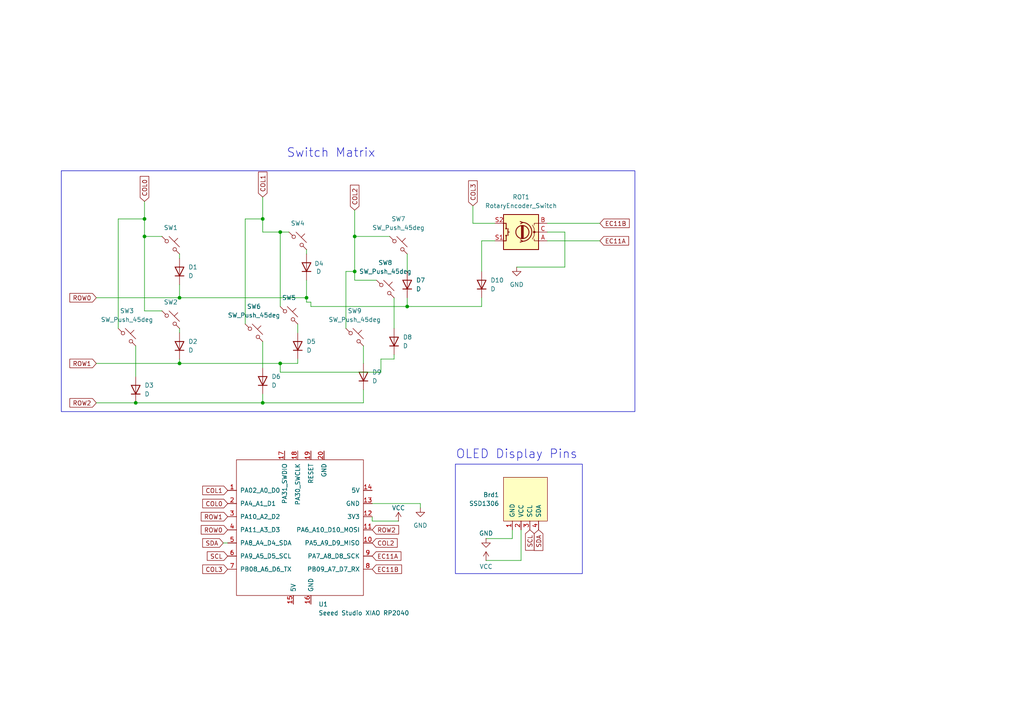
<source format=kicad_sch>
(kicad_sch (version 20231120) (generator "eeschema") (generator_version "8.0")
  (paper "A4")
  (lib_symbols
    (symbol "Device:D" (pin_numbers hide) (pin_names (offset 1.016) hide)
      (property "Reference" "D" (at 0 2.54 0))
      (property "Value" "D" (at 0 -2.54 0))
      (symbol "D_0_1"
        (polyline (pts (xy -1.27 1.27) (xy -1.27 -1.27)) (stroke (width 0.254)))
        (polyline (pts (xy 1.27 0) (xy -1.27 0)))
        (polyline (pts (xy 1.27 1.27) (xy 1.27 -1.27) (xy -1.27 0) (xy 1.27 1.27)) (stroke (width 0.254)))
      )
      (symbol "D_1_1"
        (pin passive line (at -3.81 0 0) (length 2.54) (name "K") (number "1"))
        (pin passive line (at 3.81 0 180) (length 2.54) (name "A") (number "2"))
      )
    )
    (symbol "Device:RotaryEncoder_Switch" (pin_names (offset 0.254) hide)
      (property "Reference" "SW" (at 0 6.604 0))
      (property "Value" "RotaryEncoder_Switch" (at 0 -6.604 0))
      (symbol "RotaryEncoder_Switch_0_1"
        (rectangle (start -5.08 5.08) (end 5.08 -5.08) (stroke (width 0.254)) (fill (type background)))
        (circle (center -3.81 0) (radius 0.254) (fill (type outline)))
        (circle (center -0.381 0) (radius 1.905) (stroke (width 0.254)))
        (arc (start -0.381 2.667) (mid -3.0988 -0.0635) (end -0.381 -2.794) (stroke (width 0.254)))
        (polyline (pts (xy -0.635 -1.778) (xy -0.635 1.778)) (stroke (width 0.254)))
        (polyline (pts (xy -0.381 -1.778) (xy -0.381 1.778)) (stroke (width 0.254)))
        (polyline (pts (xy -0.127 1.778) (xy -0.127 -1.778)) (stroke (width 0.254)))
        (polyline (pts (xy 3.81 0) (xy 3.429 0)) (stroke (width 0.254)))
        (polyline (pts (xy 3.81 1.016) (xy 3.81 -1.016)) (stroke (width 0.254)))
        (polyline (pts (xy -5.08 -2.54) (xy -3.81 -2.54) (xy -3.81 -2.032)))
        (polyline (pts (xy -5.08 2.54) (xy -3.81 2.54) (xy -3.81 2.032)))
        (polyline (pts (xy 0.254 -3.048) (xy -0.508 -2.794) (xy 0.127 -2.413)) (stroke (width 0.254)))
        (polyline (pts (xy 0.254 2.921) (xy -0.508 2.667) (xy 0.127 2.286)) (stroke (width 0.254)))
        (polyline (pts (xy 5.08 -2.54) (xy 4.318 -2.54) (xy 4.318 -1.016)) (stroke (width 0.254)))
        (polyline (pts (xy 5.08 2.54) (xy 4.318 2.54) (xy 4.318 1.016)) (stroke (width 0.254)))
        (polyline (pts (xy -5.08 0) (xy -3.81 0) (xy -3.81 -1.016) (xy -3.302 -2.032)))
        (polyline (pts (xy -4.318 0) (xy -3.81 0) (xy -3.81 1.016) (xy -3.302 2.032)))
        (circle (center 4.318 -1.016) (radius 0.127) (stroke (width 0.254)))
        (circle (center 4.318 1.016) (radius 0.127) (stroke (width 0.254)))
      )
      (symbol "RotaryEncoder_Switch_1_1"
        (pin passive line (at -7.62 2.54 0) (length 2.54) (name "A") (number "A"))
        (pin passive line (at -7.62 -2.54 0) (length 2.54) (name "B") (number "B"))
        (pin passive line (at -7.62 0 0) (length 2.54) (name "C") (number "C"))
        (pin passive line (at 7.62 2.54 180) (length 2.54) (name "S1") (number "S1"))
        (pin passive line (at 7.62 -2.54 180) (length 2.54) (name "S2") (number "S2"))
      )
    )
    (symbol "SSD1306-128x64_OLED:SSD1306" (pin_names (offset 1.016))
      (property "Reference" "Brd" (at 0 -3.81 0))
      (property "Value" "SSD1306" (at 0 -1.27 0))
      (symbol "SSD1306_0_1"
        (rectangle (start -6.35 6.35) (end 6.35 -6.35) (fill (type background)))
      )
      (symbol "SSD1306_1_1"
        (pin input line (at -3.81 8.89 270) (length 2.54) (name "GND") (number "1"))
        (pin input line (at -1.27 8.89 270) (length 2.54) (name "VCC") (number "2"))
        (pin input line (at 1.27 8.89 270) (length 2.54) (name "SCL") (number "3"))
        (pin input line (at 3.81 8.89 270) (length 2.54) (name "SDA") (number "4"))
      )
    )
    (symbol "Seeed_Studio_XIAO_Series:Seeed Studio XIAO SAMD21" (pin_names (offset 1.016))
      (property "Reference" "U" (at -19.05 22.86 0))
      (property "Value" "Seeed Studio XIAO SAMD21" (at -12.7 21.59 0))
      (symbol "Seeed Studio XIAO SAMD21_0_1"
        (rectangle (start -19.05 20.32) (end 17.78 -19.05))
      )
      (symbol "Seeed Studio XIAO SAMD21_1_1"
        (pin unspecified line (at -21.59 11.43 0) (length 2.54) (name "PA02_A0_D0") (number "1"))
        (pin unspecified line (at 20.32 -3.81 180) (length 2.54) (name "PA5_A9_D9_MISO") (number "10"))
        (pin unspecified line (at 20.32 0 180) (length 2.54) (name "PA6_A10_D10_MOSI") (number "11"))
        (pin unspecified line (at 20.32 3.81 180) (length 2.54) (name "3V3") (number "12"))
        (pin unspecified line (at 20.32 7.62 180) (length 2.54) (name "GND") (number "13"))
        (pin unspecified line (at 20.32 11.43 180) (length 2.54) (name "5V") (number "14"))
        (pin input line (at -2.54 -21.59 90) (length 2.54) (name "5V") (number "15"))
        (pin input line (at 2.54 -21.59 90) (length 2.54) (name "GND") (number "16"))
        (pin input line (at -5.08 22.86 270) (length 2.54) (name "PA31_SWDIO") (number "17"))
        (pin input line (at -1.27 22.86 270) (length 2.54) (name "PA30_SWCLK") (number "18"))
        (pin input line (at 2.54 22.86 270) (length 2.54) (name "RESET") (number "19"))
        (pin unspecified line (at -21.59 7.62 0) (length 2.54) (name "PA4_A1_D1") (number "2"))
        (pin input line (at 6.35 22.86 270) (length 2.54) (name "GND") (number "20"))
        (pin unspecified line (at -21.59 3.81 0) (length 2.54) (name "PA10_A2_D2") (number "3"))
        (pin unspecified line (at -21.59 0 0) (length 2.54) (name "PA11_A3_D3") (number "4"))
        (pin unspecified line (at -21.59 -3.81 0) (length 2.54) (name "PA8_A4_D4_SDA") (number "5"))
        (pin unspecified line (at -21.59 -7.62 0) (length 2.54) (name "PA9_A5_D5_SCL") (number "6"))
        (pin unspecified line (at -21.59 -11.43 0) (length 2.54) (name "PB08_A6_D6_TX") (number "7"))
        (pin unspecified line (at 20.32 -11.43 180) (length 2.54) (name "PB09_A7_D7_RX") (number "8"))
        (pin unspecified line (at 20.32 -7.62 180) (length 2.54) (name "PA7_A8_D8_SCK") (number "9"))
      )
    )
    (symbol "Switch:SW_Push_45deg" (pin_numbers hide) (pin_names (offset 1.016) hide)
      (property "Reference" "SW" (at 3.048 1.016 0))
      (property "Value" "SW_Push_45deg" (at 0 -3.81 0))
      (symbol "SW_Push_45deg_0_1"
        (circle (center -1.1684 1.1684) (radius 0.508))
        (polyline (pts (xy -0.508 2.54) (xy 2.54 -0.508)))
        (polyline (pts (xy 1.016 1.016) (xy 2.032 2.032)))
        (polyline (pts (xy -2.54 2.54) (xy -1.524 1.524) (xy -1.524 1.524)))
        (polyline (pts (xy 1.524 -1.524) (xy 2.54 -2.54) (xy 2.54 -2.54) (xy 2.54 -2.54)))
        (circle (center 1.143 -1.1938) (radius 0.508))
        (pin passive line (at -2.54 2.54 0) (length 0) (name "1") (number "1"))
        (pin passive line (at 2.54 -2.54 180) (length 0) (name "2") (number "2"))
      )
    )
    (symbol "power:GND" (power) (pin_numbers hide) (pin_names (offset 0) hide)
      (property "Value" "GND" (at 0 -3.81 0))
      (symbol "GND_0_1"
        (polyline (pts (xy 0 0) (xy 0 -1.27) (xy 1.27 -1.27) (xy 0 -2.54) (xy -1.27 -1.27) (xy 0 -1.27)))
      )
      (symbol "GND_1_1"
        (pin power_in line (at 0 0 270) (length 0) (name "~") (number "1"))
      )
    )
    (symbol "power:VCC" (power) (pin_numbers hide) (pin_names (offset 0) hide)
      (property "Value" "VCC" (at 0 3.556 0))
      (symbol "VCC_0_1"
        (polyline (pts (xy -0.762 1.27) (xy 0 2.54)))
        (polyline (pts (xy 0 0) (xy 0 2.54)))
        (polyline (pts (xy 0 2.54) (xy 0.762 1.27)))
      )
      (symbol "VCC_1_1"
        (pin power_in line (at 0 0 90) (length 0) (name "~") (number "1"))
      )
    )
  )
  (junction (at 88.9 86.36))
  (junction (at 39.37 116.84))
  (junction (at 76.2 63.5))
  (junction (at 81.28 67.31))
  (junction (at 52.07 105.41))
  (junction (at 118.11 88.9))
  (junction (at 41.91 68.58))
  (junction (at 76.2 116.84))
  (junction (at 52.07 86.36))
  (junction (at 81.28 105.41))
  (junction (at 41.91 63.5))
  (junction (at 102.87 68.58))
  (junction (at 102.87 78.74))
  (wire (pts (xy 81.28 107.95) (xy 110.49 107.95)))
  (wire (pts (xy 140.97 162.56) (xy 151.13 162.56)))
  (wire (pts (xy 86.36 93.98) (xy 86.36 96.52)))
  (wire (pts (xy 100.33 78.74) (xy 100.33 95.25)))
  (wire (pts (xy 27.94 116.84) (xy 39.37 116.84)))
  (wire (pts (xy 148.59 156.21) (xy 148.59 153.67)))
  (wire (pts (xy 52.07 86.36) (xy 88.9 86.36)))
  (wire (pts (xy 41.91 68.58) (xy 41.91 90.17)))
  (wire (pts (xy 76.2 116.84) (xy 76.2 114.3)))
  (wire (pts (xy 102.87 81.28) (xy 102.87 78.74)))
  (wire (pts (xy 52.07 105.41) (xy 81.28 105.41)))
  (wire (pts (xy 102.87 68.58) (xy 113.03 68.58)))
  (wire (pts (xy 52.07 104.14) (xy 52.07 105.41)))
  (wire (pts (xy 71.12 63.5) (xy 76.2 63.5)))
  (wire (pts (xy 140.97 156.21) (xy 148.59 156.21)))
  (wire (pts (xy 151.13 162.56) (xy 151.13 153.67)))
  (wire (pts (xy 139.7 69.85) (xy 139.7 78.74)))
  (wire (pts (xy 137.16 59.69) (xy 137.16 64.77)))
  (wire (pts (xy 149.86 77.47) (xy 163.83 77.47)))
  (wire (pts (xy 139.7 69.85) (xy 143.51 69.85)))
  (wire (pts (xy 105.41 116.84) (xy 105.41 113.03)))
  (wire (pts (xy 52.07 82.55) (xy 52.07 86.36)))
  (wire (pts (xy 102.87 60.96) (xy 102.87 68.58)))
  (wire (pts (xy 83.82 67.31) (xy 81.28 67.31)))
  (wire (pts (xy 139.7 88.9) (xy 118.11 88.9)))
  (wire (pts (xy 52.07 74.93) (xy 52.07 73.66)))
  (wire (pts (xy 118.11 73.66) (xy 118.11 78.74)))
  (wire (pts (xy 118.11 86.36) (xy 118.11 88.9)))
  (wire (pts (xy 158.75 69.85) (xy 173.99 69.85)))
  (wire (pts (xy 90.17 87.63) (xy 88.9 87.63)))
  (wire (pts (xy 41.91 63.5) (xy 41.91 68.58)))
  (wire (pts (xy 100.33 78.74) (xy 102.87 78.74)))
  (wire (pts (xy 139.7 88.9) (xy 139.7 86.36)))
  (wire (pts (xy 76.2 57.15) (xy 76.2 63.5)))
  (wire (pts (xy 39.37 100.33) (xy 39.37 109.22)))
  (wire (pts (xy 102.87 81.28) (xy 109.22 81.28)))
  (wire (pts (xy 64.77 157.48) (xy 66.04 157.48)))
  (wire (pts (xy 90.17 88.9) (xy 118.11 88.9)))
  (wire (pts (xy 76.2 99.06) (xy 76.2 106.68)))
  (wire (pts (xy 88.9 87.63) (xy 88.9 86.36)))
  (wire (pts (xy 114.3 104.14) (xy 114.3 102.87)))
  (wire (pts (xy 102.87 68.58) (xy 102.87 78.74)))
  (wire (pts (xy 76.2 63.5) (xy 76.2 67.31)))
  (wire (pts (xy 90.17 87.63) (xy 90.17 88.9)))
  (wire (pts (xy 81.28 67.31) (xy 81.28 88.9)))
  (wire (pts (xy 76.2 116.84) (xy 105.41 116.84)))
  (wire (pts (xy 86.36 105.41) (xy 81.28 105.41)))
  (wire (pts (xy 27.94 105.41) (xy 52.07 105.41)))
  (wire (pts (xy 163.83 67.31) (xy 163.83 77.47)))
  (wire (pts (xy 137.16 64.77) (xy 143.51 64.77)))
  (wire (pts (xy 105.41 105.41) (xy 105.41 100.33)))
  (wire (pts (xy 86.36 105.41) (xy 86.36 104.14)))
  (wire (pts (xy 158.75 64.77) (xy 173.99 64.77)))
  (wire (pts (xy 107.95 151.13) (xy 115.57 151.13)))
  (wire (pts (xy 41.91 58.42) (xy 41.91 63.5)))
  (wire (pts (xy 34.29 63.5) (xy 41.91 63.5)))
  (wire (pts (xy 81.28 67.31) (xy 76.2 67.31)))
  (wire (pts (xy 27.94 86.36) (xy 52.07 86.36)))
  (wire (pts (xy 114.3 86.36) (xy 114.3 95.25)))
  (wire (pts (xy 88.9 81.28) (xy 88.9 86.36)))
  (wire (pts (xy 71.12 93.98) (xy 71.12 63.5)))
  (wire (pts (xy 41.91 90.17) (xy 46.99 90.17)))
  (wire (pts (xy 163.83 67.31) (xy 158.75 67.31)))
  (wire (pts (xy 121.92 147.32) (xy 121.92 146.05)))
  (wire (pts (xy 107.95 151.13) (xy 107.95 149.86)))
  (wire (pts (xy 110.49 104.14) (xy 114.3 104.14)))
  (wire (pts (xy 52.07 96.52) (xy 52.07 95.25)))
  (wire (pts (xy 81.28 107.95) (xy 81.28 105.41)))
  (wire (pts (xy 39.37 116.84) (xy 76.2 116.84)))
  (wire (pts (xy 34.29 95.25) (xy 34.29 63.5)))
  (wire (pts (xy 41.91 68.58) (xy 46.99 68.58)))
  (wire (pts (xy 121.92 146.05) (xy 107.95 146.05)))
  (wire (pts (xy 88.9 72.39) (xy 88.9 73.66)))
  (wire (pts (xy 110.49 104.14) (xy 110.49 107.95)))
  (rectangle (start 132.08 134.62) (end 168.91 166.37))
  (rectangle (start 187.96 264.16) (end 419.1 300.99))
  (rectangle (start 17.78 49.53) (end 184.15 119.38))
  (text "RGB_LIGHTING" (at 348.488 212.598 0) (effects (font (size 2.54 2.54))))
  (text "Switch Matrix\n" (at 96.012 44.45 0) (effects (font (size 2.54 2.54))))
  (text "OLED Display Pins" (at 149.86 131.826 0) (effects (font (size 2.54 2.54))))
  (global_label "SDA" (shape input) (at 64.77 157.48 180) (property "Intersheetrefs" "${INTERSHEET_REFS}" (effects (hide yes))))
  (global_label "ROW2" (shape input) (at 107.95 153.67 0) (property "Intersheetrefs" "${INTERSHEET_REFS}" (effects (hide yes))))
  (global_label "COL3" (shape input) (at 66.04 165.1 180) (property "Intersheetrefs" "${INTERSHEET_REFS}" (effects (hide yes))))
  (global_label "COL1" (shape input) (at 66.04 142.24 180) (property "Intersheetrefs" "${INTERSHEET_REFS}" (effects (hide yes))))
  (global_label "EC11A" (shape input) (at 107.95 161.29 0) (property "Intersheetrefs" "${INTERSHEET_REFS}" (effects (hide yes))))
  (global_label "SCL" (shape input) (at 66.04 161.29 180) (property "Intersheetrefs" "${INTERSHEET_REFS}" (effects (hide yes))))
  (global_label "ROW0" (shape input) (at 66.04 153.67 180) (property "Intersheetrefs" "${INTERSHEET_REFS}" (effects (hide yes))))
  (global_label "EC11A" (shape input) (at 173.99 69.85 0) (property "Intersheetrefs" "${INTERSHEET_REFS}" (effects (hide yes))))
  (global_label "COL3" (shape input) (at 137.16 59.69 90) (property "Intersheetrefs" "${INTERSHEET_REFS}" (effects (hide yes))))
  (global_label "ROW1" (shape input) (at 66.04 149.86 180) (property "Intersheetrefs" "${INTERSHEET_REFS}" (effects (hide yes))))
  (global_label "ROW1" (shape input) (at 27.94 105.41 180) (property "Intersheetrefs" "${INTERSHEET_REFS}" (effects (hide yes))))
  (global_label "ROW0" (shape input) (at 27.94 86.36 180) (property "Intersheetrefs" "${INTERSHEET_REFS}" (effects (hide yes))))
  (global_label "SCL" (shape input) (at 153.67 153.67 270) (property "Intersheetrefs" "${INTERSHEET_REFS}" (effects (hide yes))))
  (global_label "COL1" (shape input) (at 76.2 57.15 90) (property "Intersheetrefs" "${INTERSHEET_REFS}" (effects (hide yes))))
  (global_label "ROW2" (shape input) (at 27.94 116.84 180) (property "Intersheetrefs" "${INTERSHEET_REFS}" (effects (hide yes))))
  (global_label "EC11B" (shape input) (at 173.99 64.77 0) (property "Intersheetrefs" "${INTERSHEET_REFS}" (effects (hide yes))))
  (global_label "COL0" (shape input) (at 66.04 146.05 180) (property "Intersheetrefs" "${INTERSHEET_REFS}" (effects (hide yes))))
  (global_label "SDA" (shape input) (at 156.21 153.67 270) (property "Intersheetrefs" "${INTERSHEET_REFS}" (effects (hide yes))))
  (global_label "EC11B" (shape input) (at 107.95 165.1 0) (property "Intersheetrefs" "${INTERSHEET_REFS}" (effects (hide yes))))
  (global_label "COL0" (shape input) (at 41.91 58.42 90) (property "Intersheetrefs" "${INTERSHEET_REFS}" (effects (hide yes))))
  (global_label "COL2" (shape input) (at 107.95 157.48 0) (property "Intersheetrefs" "${INTERSHEET_REFS}" (effects (hide yes))))
  (global_label "COL2" (shape input) (at 102.87 60.96 90) (property "Intersheetrefs" "${INTERSHEET_REFS}" (effects (hide yes))))
  (symbol (lib_id "Device:D") (at 88.9 77.47 90) (unit 1)
    (property "Reference" "D4" (at 91.186 76.454 90) (effects (justify right)))
    (property "Value" "D" (at 91.694 78.74 90) (effects (justify right)))
    (property "Footprint" "Diode_THT:D_DO-35_SOD27_P7.62mm_Horizontal" (effects (hide yes)))
    (property "Description" "Diode" (effects (hide yes)))
    (property "Sim.Device" "D" (effects (hide yes)))
    (property "Sim.Pins" "1=K 2=A" (effects (hide yes)))
  )
  (symbol (lib_id "Seeed_Studio_XIAO_Series:Seeed Studio XIAO SAMD21") (at 87.63 153.67 0) (unit 1)
    (property "Reference" "U1" (at 92.3641 175.26 0) (effects (justify left)))
    (property "Value" "Seeed Studio XIAO RP2040" (at 92.3641 177.8 0) (effects (justify left)))
    (property "Footprint" "Seeed Studio XIAO Series Library:XIAO-Generic-Hybrid-14P-2.54-21X17.8MM" (effects (hide yes)))
  )
  (symbol (lib_id "Switch:SW_Push_45deg") (at 36.83 97.79 0) (unit 1)
    (property "Reference" "SW3" (at 36.83 90.17 0))
    (property "Value" "SW_Push_45deg" (at 36.83 92.71 0))
    (property "Footprint" "MX_Solderable:MX-Solderable-1U" (effects (hide yes)))
    (property "Description" "Push button switch, normally open, two pins, 45° tilted" (effects (hide yes)))
  )
  (symbol (lib_id "Device:D") (at 39.37 113.03 90) (unit 1)
    (property "Reference" "D3" (at 41.91 111.7599 90) (effects (justify right)))
    (property "Value" "D" (at 41.91 114.2999 90) (effects (justify right)))
    (property "Footprint" "Diode_THT:D_DO-35_SOD27_P7.62mm_Horizontal" (effects (hide yes)))
    (property "Description" "Diode" (effects (hide yes)))
    (property "Sim.Device" "D" (effects (hide yes)))
    (property "Sim.Pins" "1=K 2=A" (effects (hide yes)))
  )
  (symbol (lib_id "power:GND") (at 140.97 156.21 0) (unit 1)
    (property "Reference" "#PWR04" (effects (hide yes)))
    (property "Value" "GND" (at 140.97 154.686 0))
    (property "Description" "Power symbol creates a global label with name \"GND\" , ground" (effects (hide yes)))
  )
  (symbol (lib_id "Switch:SW_Push_45deg") (at 115.57 71.12 0) (unit 1)
    (property "Reference" "SW7" (at 115.57 63.5 0))
    (property "Value" "SW_Push_45deg" (at 115.57 66.04 0))
    (property "Footprint" "MX_Solderable:MX-Solderable-1U" (effects (hide yes)))
    (property "Description" "Push button switch, normally open, two pins, 45° tilted" (effects (hide yes)))
  )
  (symbol (lib_id "Device:D") (at 86.36 100.33 90) (unit 1)
    (property "Reference" "D5" (at 88.9 99.0599 90) (effects (justify right)))
    (property "Value" "D" (at 88.9 101.5999 90) (effects (justify right)))
    (property "Footprint" "Diode_THT:D_DO-35_SOD27_P7.62mm_Horizontal" (effects (hide yes)))
    (property "Description" "Diode" (effects (hide yes)))
    (property "Sim.Device" "D" (effects (hide yes)))
    (property "Sim.Pins" "1=K 2=A" (effects (hide yes)))
  )
  (symbol (lib_id "Switch:SW_Push_45deg") (at 83.82 91.44 0) (unit 1)
    (property "Reference" "SW5" (at 83.82 86.36 0))
    (property "Value" "SW_Push_45deg" (effects (hide yes)))
    (property "Footprint" "MX_Solderable:MX-Solderable-1U" (effects (hide yes)))
    (property "Description" "Push button switch, normally open, two pins, 45° tilted" (effects (hide yes)))
  )
  (symbol (lib_id "Device:D") (at 114.3 99.06 90) (unit 1)
    (property "Reference" "D8" (at 116.84 97.7899 90) (effects (justify right)))
    (property "Value" "D" (at 116.84 100.3299 90) (effects (justify right)))
    (property "Footprint" "Diode_THT:D_DO-35_SOD27_P7.62mm_Horizontal" (effects (hide yes)))
    (property "Description" "Diode" (effects (hide yes)))
    (property "Sim.Device" "D" (effects (hide yes)))
    (property "Sim.Pins" "1=K 2=A" (effects (hide yes)))
  )
  (symbol (lib_id "power:GND") (at 149.86 77.47 0) (unit 1)
    (property "Reference" "#PWR03" (effects (hide yes)))
    (property "Value" "GND" (at 149.86 82.55 0))
    (property "Description" "Power symbol creates a global label with name \"GND\" , ground" (effects (hide yes)))
  )
  (symbol (lib_id "power:VCC") (at 115.57 151.13 0) (unit 1)
    (property "Reference" "#PWR02" (effects (hide yes)))
    (property "Value" "VCC" (at 115.57 147.32 0))
    (property "Description" "Power symbol creates a global label with name \"VCC\"" (effects (hide yes)))
  )
  (symbol (lib_id "Switch:SW_Push_45deg") (at 49.53 71.12 0) (unit 1)
    (property "Reference" "SW1" (at 49.53 66.04 0))
    (property "Value" "SW_Push_45deg" (effects (hide yes)))
    (property "Footprint" "MX_Solderable:MX-Solderable-1U" (effects (hide yes)))
    (property "Description" "Push button switch, normally open, two pins, 45° tilted" (effects (hide yes)))
  )
  (symbol (lib_id "Switch:SW_Push_45deg") (at 111.76 83.82 0) (unit 1)
    (property "Reference" "SW8" (at 111.76 76.2 0))
    (property "Value" "SW_Push_45deg" (at 111.76 78.74 0))
    (property "Footprint" "MX_Solderable:MX-Solderable-1U" (effects (hide yes)))
    (property "Description" "Push button switch, normally open, two pins, 45° tilted" (effects (hide yes)))
  )
  (symbol (lib_id "Switch:SW_Push_45deg") (at 102.87 97.79 0) (unit 1)
    (property "Reference" "SW9" (at 102.87 90.17 0))
    (property "Value" "SW_Push_45deg" (at 102.87 92.71 0))
    (property "Footprint" "MX_Solderable:MX-Solderable-1U" (effects (hide yes)))
    (property "Description" "Push button switch, normally open, two pins, 45° tilted" (effects (hide yes)))
  )
  (symbol (lib_id "Switch:SW_Push_45deg") (at 86.36 69.85 0) (unit 1)
    (property "Reference" "SW4" (at 86.36 64.77 0))
    (property "Value" "SW_Push_45deg" (effects (hide yes)))
    (property "Footprint" "MX_Solderable:MX-Solderable-1U" (effects (hide yes)))
    (property "Description" "Push button switch, normally open, two pins, 45° tilted" (effects (hide yes)))
  )
  (symbol (lib_id "Switch:SW_Push_45deg") (at 73.66 96.52 0) (unit 1)
    (property "Reference" "SW6" (at 73.66 88.9 0))
    (property "Value" "SW_Push_45deg" (at 73.66 91.44 0))
    (property "Footprint" "MX_Solderable:MX-Solderable-1U" (effects (hide yes)))
    (property "Description" "Push button switch, normally open, two pins, 45° tilted" (effects (hide yes)))
  )
  (symbol (lib_id "Switch:SW_Push_45deg") (at 49.53 92.71 0) (unit 1)
    (property "Reference" "SW2" (at 49.53 87.63 0))
    (property "Value" "SW_Push_45deg" (effects (hide yes)))
    (property "Footprint" "MX_Solderable:MX-Solderable-1U" (effects (hide yes)))
    (property "Description" "Push button switch, normally open, two pins, 45° tilted" (effects (hide yes)))
  )
  (symbol (lib_id "Device:D") (at 52.07 100.33 90) (unit 1)
    (property "Reference" "D2" (at 54.61 99.0599 90) (effects (justify right)))
    (property "Value" "D" (at 54.61 101.5999 90) (effects (justify right)))
    (property "Footprint" "Diode_THT:D_DO-35_SOD27_P7.62mm_Horizontal" (effects (hide yes)))
    (property "Description" "Diode" (effects (hide yes)))
    (property "Sim.Device" "D" (effects (hide yes)))
    (property "Sim.Pins" "1=K 2=A" (effects (hide yes)))
  )
  (symbol (lib_id "Device:D") (at 139.7 82.55 90) (unit 1)
    (property "Reference" "D10" (at 142.24 81.2799 90) (effects (justify right)))
    (property "Value" "D" (at 142.24 83.8199 90) (effects (justify right)))
    (property "Footprint" "Diode_THT:D_DO-35_SOD27_P7.62mm_Horizontal" (effects (hide yes)))
    (property "Description" "Diode" (effects (hide yes)))
    (property "Sim.Device" "D" (effects (hide yes)))
    (property "Sim.Pins" "1=K 2=A" (effects (hide yes)))
  )
  (symbol (lib_id "power:VCC") (at 140.97 162.56 0) (unit 1)
    (property "Reference" "#PWR05" (effects (hide yes)))
    (property "Value" "VCC" (at 140.97 164.338 0))
    (property "Description" "Power symbol creates a global label with name \"VCC\"" (effects (hide yes)))
  )
  (symbol (lib_id "Device:RotaryEncoder_Switch") (at 151.13 67.31 180) (unit 1)
    (property "Reference" "ROT1" (at 151.13 57.15 0))
    (property "Value" "RotaryEncoder_Switch" (at 151.13 59.69 0))
    (property "Footprint" "Rotary_Encoder:RotaryEncoder_Alps_EC11E-Switch_Vertical_H20mm" (effects (hide yes)))
    (property "Description" "Rotary encoder, dual channel, incremental quadrate outputs, with switch" (effects (hide yes)))
  )
  (symbol (lib_id "Device:D") (at 52.07 78.74 90) (unit 1)
    (property "Reference" "D1" (at 54.61 77.4699 90) (effects (justify right)))
    (property "Value" "D" (at 54.61 80.0099 90) (effects (justify right)))
    (property "Footprint" "Diode_THT:D_DO-35_SOD27_P7.62mm_Horizontal" (effects (hide yes)))
    (property "Description" "Diode" (effects (hide yes)))
    (property "Sim.Device" "D" (effects (hide yes)))
    (property "Sim.Pins" "1=K 2=A" (effects (hide yes)))
  )
  (symbol (lib_id "Device:D") (at 76.2 110.49 90) (unit 1)
    (property "Reference" "D6" (at 78.74 109.2199 90) (effects (justify right)))
    (property "Value" "D" (at 78.74 111.7599 90) (effects (justify right)))
    (property "Footprint" "Diode_THT:D_DO-35_SOD27_P7.62mm_Horizontal" (effects (hide yes)))
    (property "Description" "Diode" (effects (hide yes)))
    (property "Sim.Device" "D" (effects (hide yes)))
    (property "Sim.Pins" "1=K 2=A" (effects (hide yes)))
  )
  (symbol (lib_id "SSD1306-128x64_OLED:SSD1306") (at 152.4 144.78 0) (mirror x) (unit 1)
    (property "Reference" "Brd1" (at 144.78 143.5099 0) (effects (justify right)))
    (property "Value" "SSD1306" (at 144.78 146.0499 0) (effects (justify right)))
    (property "Footprint" "SSD1306:128x64OLED" (effects (hide yes)))
  )
  (symbol (lib_id "Device:D") (at 105.41 109.22 90) (unit 1)
    (property "Reference" "D9" (at 107.95 107.9499 90) (effects (justify right)))
    (property "Value" "D" (at 107.95 110.4899 90) (effects (justify right)))
    (property "Footprint" "Diode_THT:D_DO-35_SOD27_P7.62mm_Horizontal" (effects (hide yes)))
    (property "Description" "Diode" (effects (hide yes)))
    (property "Sim.Device" "D" (effects (hide yes)))
    (property "Sim.Pins" "1=K 2=A" (effects (hide yes)))
  )
  (symbol (lib_id "Device:D") (at 118.11 82.55 90) (unit 1)
    (property "Reference" "D7" (at 120.65 81.2799 90) (effects (justify right)))
    (property "Value" "D" (at 120.65 83.8199 90) (effects (justify right)))
    (property "Footprint" "Diode_THT:D_DO-35_SOD27_P7.62mm_Horizontal" (effects (hide yes)))
    (property "Description" "Diode" (effects (hide yes)))
    (property "Sim.Device" "D" (effects (hide yes)))
    (property "Sim.Pins" "1=K 2=A" (effects (hide yes)))
  )
  (symbol (lib_id "power:GND") (at 121.92 147.32 0) (unit 1)
    (property "Reference" "#PWR01" (effects (hide yes)))
    (property "Value" "GND" (at 121.92 152.4 0))
    (property "Description" "Power symbol creates a global label with name \"GND\" , ground" (effects (hide yes)))
  )
)
</source>
